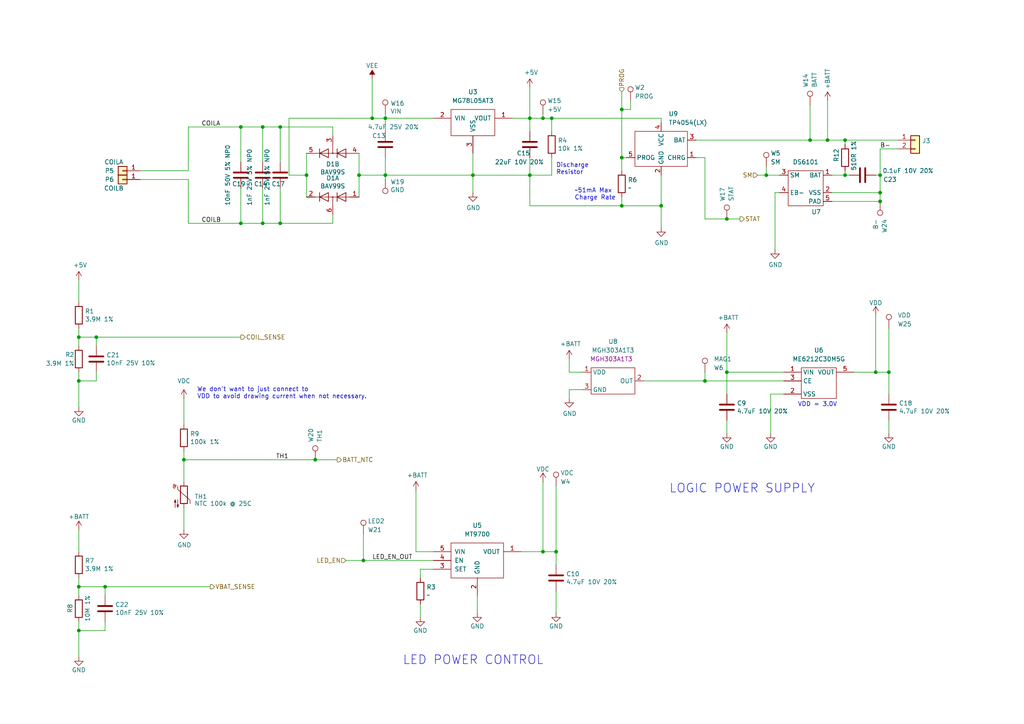
<source format=kicad_sch>
(kicad_sch (version 20250114) (generator "eeschema") (generator_version "9.0")
  (paper "A4")
  (title_block (title "Pixels D20 Schematic, Main") (date "2022-08-26") (rev "13") (company "Systemic Games, LLC") (comment 1 "Wireless Charging Circuitry"))
  (lib_symbols
    (symbol "Connector_Generic:Conn_01x01" (pin_names (offset 1.016) (hide yes))
      (property "Reference" "J" (at 0 2.54 0))
      (property "Value" "Conn_01x01" (at 0 -2.54 0))
      (symbol "Conn_01x01_1_1"
        (rectangle (start -1.27 1.27) (end 1.27 -1.27) (stroke (width 0.254)) (fill (type background)))
        (rectangle (start -1.27 0.127) (end 0 -0.127) (stroke (width 0.1524)))
        (pin passive line (at -5.08 0 0) (length 3.81) (name "Pin_1") (number "1"))
      )
    )
    (symbol "Connector_Generic:Conn_01x02" (pin_names (offset 1.016) (hide yes))
      (property "Reference" "J" (at 0 2.54 0))
      (property "Value" "Conn_01x02" (at 0 -5.08 0))
      (symbol "Conn_01x02_1_1"
        (rectangle (start -1.27 1.27) (end 1.27 -3.81) (stroke (width 0.254)) (fill (type background)))
        (rectangle (start -1.27 0.127) (end 0 -0.127) (stroke (width 0.1524)))
        (rectangle (start -1.27 -2.413) (end 0 -2.667) (stroke (width 0.1524)))
        (pin passive line (at -5.08 0 0) (length 3.81) (name "Pin_1") (number "1"))
        (pin passive line (at -5.08 -2.54 0) (length 3.81) (name "Pin_2") (number "2"))
      )
    )
    (symbol "Device:C" (pin_numbers (hide yes)) (pin_names (offset 0.254))
      (property "Reference" "C" (at 0.635 2.54 0))
      (property "Value" "C" (at 0.635 -2.54 0))
      (symbol "C_0_1"
        (polyline (pts (xy -2.032 0.762) (xy 2.032 0.762)) (stroke (width 0.508)))
        (polyline (pts (xy -2.032 -0.762) (xy 2.032 -0.762)) (stroke (width 0.508)))
      )
      (symbol "C_1_1"
        (pin passive line (at 0 3.81 270) (length 2.794) (name "~") (number "1"))
        (pin passive line (at 0 -3.81 90) (length 2.794) (name "~") (number "2"))
      )
    )
    (symbol "Device:R" (pin_numbers (hide yes)) (pin_names (offset 0))
      (property "Reference" "R" (at 2.032 0 90))
      (property "Value" "R" (at 0 0 90))
      (symbol "R_0_1"
        (rectangle (start -1.016 -2.54) (end 1.016 2.54) (stroke (width 0.254)))
      )
      (symbol "R_1_1"
        (pin passive line (at 0 3.81 270) (length 1.27) (name "~") (number "1"))
        (pin passive line (at 0 -3.81 90) (length 1.27) (name "~") (number "2"))
      )
    )
    (symbol "Device:Thermistor_NTC" (pin_numbers (hide yes)) (pin_names (offset 0))
      (property "Reference" "TH" (at -4.445 0 90))
      (property "Value" "Thermistor_NTC" (at 3.175 0 90))
      (symbol "Thermistor_NTC_0_1"
        (arc (start -3.175 2.413) (mid -3.0506 2.3165) (end -3.048 2.159))
        (arc (start -3.048 2.794) (mid -2.9736 2.9736) (end -2.794 3.048))
        (arc (start -2.794 3.048) (mid -2.6144 2.9736) (end -2.54 2.794))
        (arc (start -2.794 2.54) (mid -2.9736 2.6144) (end -3.048 2.794))
        (arc (start -2.794 1.905) (mid -2.9736 1.9794) (end -3.048 2.159))
        (arc (start -2.54 2.159) (mid -2.6144 1.9794) (end -2.794 1.905))
        (arc (start -2.159 2.794) (mid -2.434 2.5608) (end -2.794 2.54))
        (polyline (pts (xy -2.54 2.159) (xy -2.54 2.794)))
        (polyline (pts (xy -2.54 -3.683) (xy -2.54 -1.397) (xy -2.794 -2.159) (xy -2.286 -2.159) (xy -2.54 -1.397) (xy -2.54 -1.651)) (fill (type outline)))
        (polyline (pts (xy -1.778 2.54) (xy -1.778 1.524) (xy 1.778 -1.524) (xy 1.778 -2.54)))
        (polyline (pts (xy -1.778 -1.397) (xy -1.778 -3.683) (xy -2.032 -2.921) (xy -1.524 -2.921) (xy -1.778 -3.683) (xy -1.778 -3.429)) (fill (type outline)))
        (rectangle (start -1.016 2.54) (end 1.016 -2.54) (stroke (width 0.254)))
      )
      (symbol "Thermistor_NTC_1_1"
        (pin passive line (at 0 3.81 270) (length 1.27) (name "~") (number "1"))
        (pin passive line (at 0 -3.81 90) (length 1.27) (name "~") (number "2"))
      )
    )
    (symbol "Pixels-dice:BAV99S-diode" (pin_names (offset 0.0254) (hide yes))
      (property "Reference" "D" (at 0 2.54 0))
      (property "Value" "BAV99S-diode" (at 0 5.08 0))
      (symbol "BAV99S-diode_0_1"
        (polyline (pts (xy -5.08 0) (xy 5.08 0)))
        (polyline (pts (xy -3.81 1.27) (xy -1.27 0) (xy -3.81 -1.27) (xy -3.81 1.27) (xy -3.81 1.27) (xy -3.81 1.27)) (stroke (width 0.2032)))
        (polyline (pts (xy -1.27 -1.27) (xy -1.27 1.27) (xy -1.27 1.27)) (stroke (width 0.2032)))
        (polyline (pts (xy 0 0) (xy 0 -2.54)))
        (circle (center 0 0) (radius 0.127))
        (polyline (pts (xy 1.27 1.27) (xy 3.81 0) (xy 1.27 -1.27) (xy 1.27 1.27) (xy 1.27 1.27) (xy 1.27 1.27)) (stroke (width 0.2032)))
        (polyline (pts (xy 3.81 1.27) (xy 3.81 -1.27) (xy 3.81 -1.27)) (stroke (width 0.2032)))
      )
      (symbol "BAV99S-diode_1_1"
        (polyline (pts (xy 6.35 0) (xy 7.62 0)))
        (pin passive line (at -7.62 0 0) (length 2.54) (name "A1") (number "1"))
        (pin passive line (at 0 -5.08 90) (length 2.54) (name "K3A4") (number "6"))
        (pin passive line (at 7.62 0 180) (length 2.54) (name "K2") (number "2"))
      )
      (symbol "BAV99S-diode_2_1"
        (polyline (pts (xy 6.35 0) (xy 7.62 0)))
        (pin passive line (at -7.62 0 0) (length 2.54) (name "A3") (number "4"))
        (pin passive line (at 0 -5.08 90) (length 2.54) (name "K1A2") (number "3"))
        (pin passive line (at 7.62 0 180) (length 2.54) (name "K4") (number "5"))
      )
    )
    (symbol "Pixels-dice:DS6101"
      (property "Reference" "U" (at 3.556 -6.35 0))
      (property "Value" "DS6101" (at 0 0 0))
      (symbol "DS6101_0_1"
        (rectangle (start -5.08 5.08) (end 5.08 -5.08))
      )
      (symbol "DS6101_1_1"
        (pin input line (at -7.62 3.81 0) (length 2.54) (name "SM") (number "3"))
        (pin input line (at -7.62 -1.27 0) (length 2.54) (name "EB-") (number "4"))
        (pin power_in line (at 7.62 3.81 180) (length 2.54) (name "BAT") (number "1"))
        (pin power_in line (at 7.62 -1.27 180) (length 2.54) (name "VSS") (number "2"))
        (pin free line (at 7.62 -3.81 180) (length 2.54) (name "PAD") (number "5"))
      )
    )
    (symbol "Pixels-dice:ME6212C30M5G"
      (property "Reference" "U4" (at 0 8.89 0))
      (property "Value" "ME6212C30M5G" (at 0 6.35 0))
      (symbol "ME6212C30M5G_0_1"
        (rectangle (start -5.08 3.81) (end 5.08 -5.08))
      )
      (symbol "ME6212C30M5G_1_1"
        (pin power_in line (at -10.16 2.54 0) (length 5.08) (name "VIN") (number "1"))
        (pin input line (at -10.16 0 0) (length 5.08) (name "CE") (number "3"))
        (pin power_in line (at -10.16 -3.81 0) (length 5.08) (name "VSS") (number "2"))
        (pin power_out line (at 10.16 2.54 180) (length 5.08) (name "VOUT") (number "5"))
      )
    )
    (symbol "Pixels-dice:MG78L05AT3" (pin_names (offset 1.016))
      (property "Reference" "U3" (at 0 6.731 0))
      (property "Value" "MG78L05AT3" (at 0 4.4196 0))
      (symbol "MG78L05AT3_0_1"
        (rectangle (start -6.35 2.54) (end 6.35 -5.08))
      )
      (symbol "MG78L05AT3_1_1"
        (pin power_in line (at -11.43 0 0) (length 5.08) (name "VIN") (number "2"))
        (pin power_in line (at 0 -10.16 90) (length 5.08) (name "VSS") (number "3"))
        (pin power_out line (at 11.43 0 180) (length 5.08) (name "VOUT") (number "1"))
      )
    )
    (symbol "Pixels-dice:MGH303A1T3"
      (property "Reference" "U8" (at 0 11.43 0))
      (property "Value" "MGH303A1T3" (at 0 8.89 0))
      (property "Part Number" "MGH303A1T3 " (at 0 6.35 0))
      (symbol "MGH303A1T3_0_1"
        (rectangle (start -6.35 3.81) (end 6.35 -3.81))
      )
      (symbol "MGH303A1T3_1_1"
        (pin power_in line (at -8.89 2.54 0) (length 2.54) (name "VDD") (number "1"))
        (pin power_in line (at -8.89 -2.54 0) (length 2.54) (name "GND") (number "3"))
        (pin output line (at 8.89 0 180) (length 2.54) (name "OUT") (number "2"))
      )
    )
    (symbol "Pixels-dice:MT9700" (pin_names (offset 1.016))
      (property "Reference" "U" (at 6.35 -6.35 0))
      (property "Value" "MT9700" (at 0 6.35 0))
      (symbol "MT9700_0_1"
        (rectangle (start -7.62 5.08) (end 7.62 -5.08))
      )
      (symbol "MT9700_1_1"
        (pin power_in line (at -12.7 2.54 0) (length 5.08) (name "VIN") (number "5"))
        (pin input line (at -12.7 0 0) (length 5.08) (name "EN") (number "4"))
        (pin input line (at -12.7 -2.54 0) (length 5.08) (name "SET") (number "3"))
        (pin power_in line (at 0 -10.16 90) (length 5.08) (name "GND") (number "2"))
        (pin power_out line (at 12.7 2.54 180) (length 5.08) (name "VOUT") (number "1"))
      )
    )
    (symbol "Pixels-dice:TEST_1P-conn" (pin_numbers (hide yes)) (pin_names (offset 0.762) (hide yes))
      (property "Reference" "W" (at 0 6.858 0))
      (property "Value" "TEST_1P-conn" (at 0 5.08 0))
      (symbol "TEST_1P-conn_0_1"
        (circle (center 0 3.302) (radius 0.762))
      )
      (symbol "TEST_1P-conn_1_1"
        (pin passive line (at 0 0 90) (length 2.54) (name "1") (number "1"))
      )
    )
    (symbol "Pixels-dice:TP4054(LX)"
      (property "Reference" "U9" (at 2.1433 10.16 0))
      (property "Value" "TP4054(LX)" (at 2.1433 7.62 0))
      (symbol "TP4054(LX)_0_1"
        (rectangle (start -7.62 5.08) (end 7.62 -5.08))
      )
      (symbol "TP4054(LX)_1_1"
        (pin input line (at -10.16 -2.54 0) (length 2.54) (name "PROG") (number "5"))
        (pin power_in line (at 0 7.62 270) (length 2.54) (name "VCC") (number "4"))
        (pin power_in line (at 0 -7.62 90) (length 2.54) (name "GND") (number "2"))
        (pin power_out line (at 10.16 2.54 180) (length 2.54) (name "BAT") (number "3"))
        (pin output line (at 10.16 -2.54 180) (length 2.54) (name "CHRG") (number "1"))
      )
    )
    (symbol "power:+5V" (power) (pin_names (offset 0))
      (property "Value" "+5V" (at 0 3.556 0))
      (symbol "+5V_0_1"
        (polyline (pts (xy -0.762 1.27) (xy 0 2.54)))
        (polyline (pts (xy 0 2.54) (xy 0.762 1.27)))
        (polyline (pts (xy 0 0) (xy 0 2.54)))
      )
      (symbol "+5V_1_1"
        (pin power_in line (at 0 0 90) (length 0) (hide yes) (name "+5V") (number "1"))
      )
    )
    (symbol "power:+BATT" (power) (pin_names (offset 0))
      (property "Value" "+BATT" (at 0 3.556 0))
      (symbol "+BATT_0_1"
        (polyline (pts (xy -0.762 1.27) (xy 0 2.54)))
        (polyline (pts (xy 0 2.54) (xy 0.762 1.27)))
        (polyline (pts (xy 0 0) (xy 0 2.54)))
      )
      (symbol "+BATT_1_1"
        (pin power_in line (at 0 0 90) (length 0) (hide yes) (name "+BATT") (number "1"))
      )
    )
    (symbol "power:GND" (power) (pin_names (offset 0))
      (property "Value" "GND" (at 0 -3.81 0))
      (symbol "GND_0_1"
        (polyline (pts (xy 0 0) (xy 0 -1.27) (xy 1.27 -1.27) (xy 0 -2.54) (xy -1.27 -1.27) (xy 0 -1.27)))
      )
      (symbol "GND_1_1"
        (pin power_in line (at 0 0 270) (length 0) (hide yes) (name "GND") (number "1"))
      )
    )
    (symbol "power:VDC" (power) (pin_numbers (hide yes)) (pin_names (offset 0) (hide yes))
      (property "Value" "VDC" (at 0 3.556 0))
      (symbol "VDC_0_1"
        (polyline (pts (xy -0.762 1.27) (xy 0 2.54)))
        (polyline (pts (xy 0 2.54) (xy 0.762 1.27)))
        (polyline (pts (xy 0 0) (xy 0 2.54)))
      )
      (symbol "VDC_1_1"
        (pin power_in line (at 0 0 90) (length 0) (name "~") (number "1"))
      )
    )
    (symbol "power:VDD" (power) (pin_names (offset 0))
      (property "Value" "VDD" (at 0 3.81 0))
      (symbol "VDD_0_1"
        (polyline (pts (xy -0.762 1.27) (xy 0 2.54)))
        (polyline (pts (xy 0 2.54) (xy 0.762 1.27)))
        (polyline (pts (xy 0 0) (xy 0 2.54)))
      )
      (symbol "VDD_1_1"
        (pin power_in line (at 0 0 90) (length 0) (hide yes) (name "VDD") (number "1"))
      )
    )
    (symbol "power:VEE" (power) (pin_names (offset 0))
      (property "Value" "VEE" (at 0 3.81 0))
      (symbol "VEE_0_1"
        (polyline (pts (xy 0 0) (xy 0 2.54)))
        (polyline (pts (xy 0.762 1.27) (xy -0.762 1.27) (xy 0 2.54) (xy 0.762 1.27)) (fill (type outline)))
      )
      (symbol "VEE_1_1"
        (pin power_in line (at 0 0 90) (length 0) (hide yes) (name "VEE") (number "1"))
      )
    )
  )
  (text "VDD = 3.0V" (at 242.824 118.11 0) (effects (font (size 1.27 1.27)) (justify right bottom)))
  (text "We don't want to just connect to\nVDD to avoid drawing current when not necessary." (at 57.15 115.824 0) (effects (font (size 1.27 1.27)) (justify left bottom)))
  (text "~51mA Max\nCharge Rate" (at 166.624 58.166 0) (effects (font (size 1.27 1.27)) (justify left bottom)))
  (text "Discharge\nResistor" (at 161.29 50.8 0) (effects (font (size 1.27 1.27)) (justify left bottom)))
  (text "LOGIC POWER SUPPLY" (at 236.474 143.256 0) (effects (font (size 2.54 2.54)) (justify right bottom)))
  (text "LED POWER CONTROL" (at 157.734 193.04 0) (effects (font (size 2.54 2.54)) (justify right bottom)))
  (junction (at 245.11 50.8))
  (junction (at 88.9 50.8))
  (junction (at 204.47 110.49))
  (junction (at 180.34 59.69))
  (junction (at 254 107.95))
  (junction (at 245.11 40.64))
  (junction (at 22.86 97.79))
  (junction (at 105.41 162.56))
  (junction (at 22.86 110.49))
  (junction (at 191.77 59.69))
  (junction (at 30.48 170.18))
  (junction (at 160.02 34.29))
  (junction (at 161.29 160.02))
  (junction (at 153.67 50.8))
  (junction (at 76.2 36.83))
  (junction (at 240.03 40.64))
  (junction (at 137.16 50.8))
  (junction (at 111.76 50.8))
  (junction (at 69.85 36.83))
  (junction (at 180.34 31.75))
  (junction (at 53.34 133.35))
  (junction (at 91.44 133.35))
  (junction (at 111.76 34.29))
  (junction (at 222.25 50.8))
  (junction (at 180.34 45.72))
  (junction (at 81.28 64.77))
  (junction (at 22.86 182.88))
  (junction (at 27.94 97.79))
  (junction (at 81.28 36.83))
  (junction (at 76.2 64.77))
  (junction (at 234.95 40.64))
  (junction (at 255.27 58.42))
  (junction (at 153.67 34.29))
  (junction (at 69.85 64.77))
  (junction (at 157.48 34.29))
  (junction (at 22.86 170.18))
  (junction (at 104.14 50.8))
  (junction (at 210.82 107.95))
  (junction (at 210.82 63.5))
  (junction (at 107.95 34.29))
  (junction (at 255.27 50.8))
  (junction (at 255.27 55.88))
  (junction (at 257.81 107.95))
  (junction (at 157.48 160.02))
  (wire (pts (xy 81.28 36.83) (xy 81.28 46.99)))
  (wire (pts (xy 160.02 45.72) (xy 160.02 50.8)))
  (wire (pts (xy 153.67 59.69) (xy 180.34 59.69)))
  (wire (pts (xy 69.85 64.77) (xy 54.61 64.77)))
  (wire (pts (xy 234.95 40.64) (xy 240.03 40.64)))
  (wire (pts (xy 210.82 121.92) (xy 210.82 125.73)))
  (wire (pts (xy 100.33 162.56) (xy 105.41 162.56)))
  (wire (pts (xy 30.48 182.88) (xy 22.86 182.88)))
  (wire (pts (xy 22.86 107.95) (xy 22.86 110.49)))
  (wire (pts (xy 153.67 50.8) (xy 153.67 59.69)))
  (wire (pts (xy 111.76 34.29) (xy 125.73 34.29)))
  (wire (pts (xy 76.2 36.83) (xy 81.28 36.83)))
  (wire (pts (xy 157.48 33.02) (xy 157.48 34.29)))
  (wire (pts (xy 204.47 63.5) (xy 210.82 63.5)))
  (wire (pts (xy 22.86 87.63) (xy 22.86 81.28)))
  (wire (pts (xy 257.81 95.25) (xy 257.81 107.95)))
  (wire (pts (xy 76.2 54.61) (xy 76.2 64.77)))
  (wire (pts (xy 69.85 36.83) (xy 54.61 36.83)))
  (wire (pts (xy 160.02 34.29) (xy 160.02 38.1)))
  (wire (pts (xy 168.91 113.03) (xy 165.1 113.03)))
  (wire (pts (xy 153.67 25.4) (xy 153.67 34.29)))
  (wire (pts (xy 245.11 40.64) (xy 240.03 40.64)))
  (wire (pts (xy 54.61 64.77) (xy 54.61 52.07)))
  (wire (pts (xy 180.34 59.69) (xy 191.77 59.69)))
  (wire (pts (xy 88.9 44.45) (xy 88.9 50.8)))
  (wire (pts (xy 153.67 50.8) (xy 153.67 45.72)))
  (wire (pts (xy 257.81 121.92) (xy 257.81 125.73)))
  (wire (pts (xy 257.81 107.95) (xy 257.81 114.3)))
  (wire (pts (xy 40.64 49.53) (xy 54.61 49.53)))
  (wire (pts (xy 234.95 30.48) (xy 234.95 40.64)))
  (wire (pts (xy 204.47 45.72) (xy 204.47 63.5)))
  (wire (pts (xy 105.41 162.56) (xy 125.73 162.56)))
  (wire (pts (xy 22.86 95.25) (xy 22.86 97.79)))
  (wire (pts (xy 254 107.95) (xy 257.81 107.95)))
  (wire (pts (xy 157.48 139.7) (xy 157.48 160.02)))
  (wire (pts (xy 22.86 110.49) (xy 22.86 118.11)))
  (wire (pts (xy 255.27 43.18) (xy 260.35 43.18)))
  (wire (pts (xy 222.25 50.8) (xy 226.06 50.8)))
  (wire (pts (xy 22.86 100.33) (xy 22.86 97.79)))
  (wire (pts (xy 227.33 114.3) (xy 223.52 114.3)))
  (wire (pts (xy 121.92 175.26) (xy 121.92 179.07)))
  (wire (pts (xy 53.34 115.57) (xy 53.34 123.19)))
  (wire (pts (xy 54.61 36.83) (xy 54.61 49.53)))
  (wire (pts (xy 88.9 50.8) (xy 88.9 57.15)))
  (wire (pts (xy 157.48 34.29) (xy 160.02 34.29)))
  (wire (pts (xy 104.14 44.45) (xy 104.14 50.8)))
  (wire (pts (xy 125.73 165.1) (xy 121.92 165.1)))
  (wire (pts (xy 137.16 50.8) (xy 153.67 50.8)))
  (wire (pts (xy 104.14 50.8) (xy 104.14 57.15)))
  (wire (pts (xy 160.02 34.29) (xy 191.77 34.29)))
  (wire (pts (xy 105.41 154.94) (xy 105.41 162.56)))
  (wire (pts (xy 125.73 160.02) (xy 120.65 160.02)))
  (wire (pts (xy 111.76 33.02) (xy 111.76 34.29)))
  (wire (pts (xy 30.48 170.18) (xy 22.86 170.18)))
  (wire (pts (xy 182.88 31.75) (xy 180.34 31.75)))
  (wire (pts (xy 30.48 180.34) (xy 30.48 182.88)))
  (wire (pts (xy 27.94 107.95) (xy 27.94 110.49)))
  (wire (pts (xy 53.34 133.35) (xy 91.44 133.35)))
  (wire (pts (xy 241.3 58.42) (xy 255.27 58.42)))
  (wire (pts (xy 22.86 97.79) (xy 27.94 97.79)))
  (wire (pts (xy 255.27 55.88) (xy 241.3 55.88)))
  (wire (pts (xy 255.27 50.8) (xy 255.27 55.88)))
  (wire (pts (xy 53.34 130.81) (xy 53.34 133.35)))
  (wire (pts (xy 224.79 55.88) (xy 226.06 55.88)))
  (wire (pts (xy 245.11 50.8) (xy 241.3 50.8)))
  (wire (pts (xy 222.25 48.26) (xy 222.25 50.8)))
  (wire (pts (xy 165.1 107.95) (xy 168.91 107.95)))
  (wire (pts (xy 254 91.44) (xy 254 107.95)))
  (wire (pts (xy 76.2 36.83) (xy 76.2 46.99)))
  (wire (pts (xy 186.69 110.49) (xy 204.47 110.49)))
  (wire (pts (xy 96.52 62.23) (xy 96.52 64.77)))
  (wire (pts (xy 204.47 110.49) (xy 227.33 110.49)))
  (wire (pts (xy 255.27 58.42) (xy 255.27 55.88)))
  (wire (pts (xy 223.52 114.3) (xy 223.52 125.73)))
  (wire (pts (xy 111.76 34.29) (xy 111.76 38.1)))
  (wire (pts (xy 182.88 29.21) (xy 182.88 31.75)))
  (wire (pts (xy 137.16 50.8) (xy 137.16 55.88)))
  (wire (pts (xy 204.47 107.95) (xy 204.47 110.49)))
  (wire (pts (xy 210.82 96.52) (xy 210.82 107.95)))
  (wire (pts (xy 204.47 45.72) (xy 201.93 45.72)))
  (wire (pts (xy 161.29 160.02) (xy 157.48 160.02)))
  (wire (pts (xy 148.59 34.29) (xy 153.67 34.29)))
  (wire (pts (xy 81.28 54.61) (xy 81.28 64.77)))
  (wire (pts (xy 53.34 147.32) (xy 53.34 153.67)))
  (wire (pts (xy 180.34 31.75) (xy 180.34 45.72)))
  (wire (pts (xy 22.86 170.18) (xy 22.86 172.72)))
  (wire (pts (xy 245.11 40.64) (xy 245.11 41.91)))
  (wire (pts (xy 22.86 153.67) (xy 22.86 160.02)))
  (wire (pts (xy 22.86 180.34) (xy 22.86 182.88)))
  (wire (pts (xy 30.48 170.18) (xy 60.96 170.18)))
  (wire (pts (xy 91.44 133.35) (xy 97.79 133.35)))
  (wire (pts (xy 161.29 163.83) (xy 161.29 160.02)))
  (wire (pts (xy 40.64 52.07) (xy 54.61 52.07)))
  (wire (pts (xy 121.92 165.1) (xy 121.92 167.64)))
  (wire (pts (xy 240.03 29.21) (xy 240.03 40.64)))
  (wire (pts (xy 161.29 171.45) (xy 161.29 177.8)))
  (wire (pts (xy 27.94 97.79) (xy 69.85 97.79)))
  (wire (pts (xy 69.85 54.61) (xy 69.85 64.77)))
  (wire (pts (xy 224.79 55.88) (xy 224.79 72.39)))
  (wire (pts (xy 111.76 50.8) (xy 104.14 50.8)))
  (wire (pts (xy 219.71 50.8) (xy 222.25 50.8)))
  (wire (pts (xy 191.77 35.56) (xy 191.77 34.29)))
  (wire (pts (xy 27.94 100.33) (xy 27.94 97.79)))
  (wire (pts (xy 191.77 50.8) (xy 191.77 59.69)))
  (wire (pts (xy 180.34 26.67) (xy 180.34 31.75)))
  (wire (pts (xy 210.82 63.5) (xy 214.63 63.5)))
  (wire (pts (xy 153.67 34.29) (xy 153.67 38.1)))
  (wire (pts (xy 165.1 104.14) (xy 165.1 107.95)))
  (wire (pts (xy 83.82 34.29) (xy 107.95 34.29)))
  (wire (pts (xy 138.43 172.72) (xy 138.43 177.8)))
  (wire (pts (xy 137.16 44.45) (xy 137.16 50.8)))
  (wire (pts (xy 255.27 43.18) (xy 255.27 50.8)))
  (wire (pts (xy 81.28 36.83) (xy 96.52 36.83)))
  (wire (pts (xy 69.85 36.83) (xy 76.2 36.83)))
  (wire (pts (xy 88.9 50.8) (xy 83.82 50.8)))
  (wire (pts (xy 30.48 170.18) (xy 30.48 172.72)))
  (wire (pts (xy 27.94 110.49) (xy 22.86 110.49)))
  (wire (pts (xy 165.1 113.03) (xy 165.1 115.57)))
  (wire (pts (xy 181.61 45.72) (xy 180.34 45.72)))
  (wire (pts (xy 210.82 107.95) (xy 210.82 114.3)))
  (wire (pts (xy 245.11 49.53) (xy 245.11 50.8)))
  (wire (pts (xy 120.65 142.24) (xy 120.65 160.02)))
  (wire (pts (xy 210.82 107.95) (xy 227.33 107.95)))
  (wire (pts (xy 111.76 52.07) (xy 111.76 50.8)))
  (wire (pts (xy 160.02 50.8) (xy 153.67 50.8)))
  (wire (pts (xy 22.86 167.64) (xy 22.86 170.18)))
  (wire (pts (xy 254 50.8) (xy 255.27 50.8)))
  (wire (pts (xy 153.67 34.29) (xy 157.48 34.29)))
  (wire (pts (xy 245.11 40.64) (xy 260.35 40.64)))
  (wire (pts (xy 201.93 40.64) (xy 234.95 40.64)))
  (wire (pts (xy 83.82 50.8) (xy 83.82 34.29)))
  (wire (pts (xy 81.28 64.77) (xy 96.52 64.77)))
  (wire (pts (xy 180.34 57.15) (xy 180.34 59.69)))
  (wire (pts (xy 22.86 182.88) (xy 22.86 190.5)))
  (wire (pts (xy 247.65 107.95) (xy 254 107.95)))
  (wire (pts (xy 107.95 22.86) (xy 107.95 34.29)))
  (wire (pts (xy 111.76 45.72) (xy 111.76 50.8)))
  (wire (pts (xy 76.2 64.77) (xy 81.28 64.77)))
  (wire (pts (xy 111.76 50.8) (xy 137.16 50.8)))
  (wire (pts (xy 96.52 39.37) (xy 96.52 36.83)))
  (wire (pts (xy 180.34 45.72) (xy 180.34 49.53)))
  (wire (pts (xy 69.85 46.99) (xy 69.85 36.83)))
  (wire (pts (xy 191.77 59.69) (xy 191.77 66.04)))
  (wire (pts (xy 161.29 140.97) (xy 161.29 160.02)))
  (wire (pts (xy 151.13 160.02) (xy 157.48 160.02)))
  (wire (pts (xy 107.95 34.29) (xy 111.76 34.29)))
  (wire (pts (xy 245.11 50.8) (xy 246.38 50.8)))
  (wire (pts (xy 53.34 133.35) (xy 53.34 139.7)))
  (wire (pts (xy 69.85 64.77) (xy 76.2 64.77)))
  (label "COILB" (at 58.42 64.77 0))
  (label "LED_EN_OUT" (at 107.95 162.56 0))
  (label "B-" (at 255.27 43.18 0))
  (label "TH1" (at 80.01 133.35 0))
  (label "COILA" (at 58.42 36.83 0))
  (hierarchical_label "SM" (shape input) (at 219.71 50.8 180))
  (hierarchical_label "PROG" (shape input) (at 180.34 26.67 90))
  (hierarchical_label "VBAT_SENSE" (shape output) (at 60.96 170.18 0))
  (hierarchical_label "COIL_SENSE" (shape output) (at 69.85 97.79 0))
  (hierarchical_label "STAT" (shape output) (at 214.63 63.5 0))
  (hierarchical_label "BATT_NTC" (shape output) (at 97.79 133.35 0))
  (hierarchical_label "LED_EN" (shape input) (at 100.33 162.56 180))
  (symbol (lib_id "Pixels-dice:TEST_1P-conn") (at 105.41 154.94 0) (unit 1) (in_bom no)
    (property "Reference" "W21" (at 106.68 153.67 0) (effects (justify left)))
    (property "Value" "LED2" (at 106.68 151.13 0) (effects (justify left)))
    (property "Footprint" "Pixels-dice:TEST_PIN" (effects (hide yes)))
    (property "Generic OK" "N/A" (effects (hide yes)))
  )
  (symbol (lib_id "power:+BATT") (at 120.65 142.24 0) (unit 1)
    (property "Reference" "#PWR033" (effects (hide yes)))
    (property "Value" "+BATT" (at 121.031 137.8458 0))
  )
  (symbol (lib_id "Device:C") (at 257.81 118.11 0) (unit 1)
    (property "Reference" "C18" (at 260.731 116.9416 0) (effects (justify left)))
    (property "Value" "4.7uF 10V 20%" (at 260.731 119.253 0) (effects (justify left)))
    (property "Footprint" "Pixels-dice:C_0402_1005Metric" (effects (hide yes)))
    (property "Generic OK" "YES" (effects (hide yes)))
    (property "Manufacturer" "HRE" (effects (hide yes)))
    (property "Part Number" "CGA0402X5R475M100GT" (effects (hide yes)))
    (property "Alternate Manufacturer" "Samsung Electro-Mechanics" (effects (hide yes)))
    (property "Alternate PN" "CL05A475MP5NRNC" (effects (hide yes)))
    (property "Alternate LCSC Part #" "C23733" (effects (hide yes)))
  )
  (symbol (lib_id "power:GND") (at 257.81 125.73 0) (unit 1)
    (property "Reference" "#PWR028" (effects (hide yes)))
    (property "Value" "GND" (at 257.81 129.54 0))
  )
  (symbol (lib_id "power:GND") (at 210.82 125.73 0) (unit 1)
    (property "Reference" "#PWR029" (effects (hide yes)))
    (property "Value" "GND" (at 210.82 129.54 0))
  )
  (symbol (lib_id "power:GND") (at 138.43 177.8 0) (unit 1)
    (property "Reference" "#PWR038" (effects (hide yes)))
    (property "Value" "GND" (at 138.43 181.61 0))
  )
  (symbol (lib_id "power:+BATT") (at 210.82 96.52 0) (unit 1)
    (property "Reference" "#PWR025" (effects (hide yes)))
    (property "Value" "+BATT" (at 211.201 92.1258 0))
  )
  (symbol (lib_id "Pixels-dice:TEST_1P-conn") (at 257.81 95.25 0) (unit 1) (in_bom no)
    (property "Reference" "W25" (at 260.35 93.98 0) (effects (justify left)))
    (property "Value" "VDD" (at 260.35 91.44 0) (effects (justify left)))
    (property "Footprint" "Pixels-dice:TEST_PIN" (effects (hide yes)))
    (property "Generic OK" "N/A" (effects (hide yes)))
  )
  (symbol (lib_id "power:GND") (at 161.29 177.8 0) (unit 1)
    (property "Reference" "#PWR0142" (effects (hide yes)))
    (property "Value" "GND" (at 161.29 181.61 0))
  )
  (symbol (lib_id "power:GND") (at 224.79 72.39 0) (unit 1)
    (property "Reference" "#PWR052" (effects (hide yes)))
    (property "Value" "GND" (at 224.917 76.7842 0))
  )
  (symbol (lib_id "Pixels-dice:ME6212C30M5G") (at 237.49 110.49 0) (unit 1)
    (property "Reference" "U6" (at 237.49 101.6 0))
    (property "Value" "ME6212C30M5G" (at 237.49 104.14 0))
    (property "Footprint" "Pixels-dice:SOT-23-5" (effects (hide yes)))
    (property "Manufacturer" "MICRONE(Nanjing Micro One Elec)" (effects (hide yes)))
    (property "Part Number" "ME6212C30M5G " (effects (hide yes)))
    (property "LCSC Part #" "C2925772" (effects (hide yes)))
  )
  (symbol (lib_id "Device:C") (at 111.76 41.91 0) (unit 1)
    (property "Reference" "C13" (at 107.95 39.37 0) (effects (justify left)))
    (property "Value" "4.7uF 25V 20%" (at 106.68 36.83 0) (effects (justify left)))
    (property "Footprint" "Capacitor_SMD:C_0402_1005Metric" (effects (hide yes)))
    (property "Generic OK" "YES" (effects (hide yes)))
    (property "Manufacturer" "HRE" (effects (hide yes)))
    (property "Part Number" "CGA0402X5R475M250GT" (effects (hide yes)))
  )
  (symbol (lib_id "Device:R") (at 53.34 127 0) (unit 1)
    (property "Reference" "R9" (at 55.118 125.8316 0) (effects (justify left)))
    (property "Value" "100k 1%" (at 55.118 128.143 0) (effects (justify left)))
    (property "Footprint" "Resistor_SMD:R_0201_0603Metric" (effects (hide yes)))
    (property "Generic OK" "YES" (effects (hide yes)))
    (property "Manufacturer" "UNI-ROYAL(Uniroyal Elec)" (effects (hide yes)))
    (property "Part Number" "0201WMF1003TEE" (effects (hide yes)))
  )
  (symbol (lib_id "Pixels-dice:TEST_1P-conn") (at 111.76 33.02 0) (unit 1) (in_bom no)
    (property "Reference" "W16" (at 113.2332 29.972 0) (effects (justify left)))
    (property "Value" "VIN" (at 113.2332 32.2834 0) (effects (justify left)))
    (property "Footprint" "Pixels-dice:TEST_PIN" (effects (hide yes)))
    (property "Generic OK" "N/A" (effects (hide yes)))
  )
  (symbol (lib_id "Device:R") (at 160.02 41.91 0) (unit 1)
    (property "Reference" "R4" (at 161.798 40.7416 0) (effects (justify left)))
    (property "Value" "10k 1%" (at 161.798 43.053 0) (effects (justify left)))
    (property "Footprint" "Resistor_SMD:R_0201_0603Metric" (effects (hide yes)))
    (property "Generic OK" "YES" (effects (hide yes)))
    (property "Manufacturer" "UNI-ROYAL(Uniroyal Elec)" (effects (hide yes)))
    (property "Part Number" "0201WMF1002TEE" (effects (hide yes)))
  )
  (symbol (lib_id "Device:Thermistor_NTC") (at 53.34 143.51 0) (unit 1)
    (property "Reference" "TH1" (at 56.388 144.018 0) (effects (justify left)))
    (property "Value" "NTC 100k @ 25C" (at 56.388 146.05 0) (effects (justify left)))
    (property "Footprint" "Resistor_SMD:R_0201_0603Metric" (effects (hide yes)))
    (property "Generic OK" "NO" (effects (hide yes)))
    (property "Manufacturer" "muRata " (effects (hide yes)))
    (property "Part Number" "NCP03WF104F05RL " (effects (hide yes)))
  )
  (symbol (lib_id "power:VEE") (at 107.95 22.86 0) (unit 1)
    (property "Reference" "#PWR032" (effects (hide yes)))
    (property "Value" "VEE" (at 107.95 19.05 0))
  )
  (symbol (lib_id "power:+5V") (at 22.86 81.28 0) (unit 1)
    (property "Reference" "#PWR057" (effects (hide yes)))
    (property "Value" "+5V" (at 23.241 76.8858 0))
  )
  (symbol (lib_id "Device:C") (at 69.85 50.8 0) (unit 1)
    (property "Reference" "C19" (at 67.31 53.34 0) (effects (justify left)))
    (property "Value" "10nF 50V 5% NP0" (at 66.04 59.69 90) (effects (justify left)))
    (property "Footprint" "Capacitor_SMD:C_0603_1608Metric" (effects (hide yes)))
    (property "Generic OK" "NO" (effects (hide yes)))
    (property "Manufacturer" "YAGEO " (effects (hide yes)))
    (property "Part Number" "CC0603JRNPO9BN103 " (effects (hide yes)))
  )
  (symbol (lib_id "Device:C") (at 250.19 50.8 90) (unit 1)
    (property "Reference" "C23" (at 260.096 52.07 90) (effects (justify left)))
    (property "Value" "0.1uF 10V 20%" (at 270.764 49.53 90) (effects (justify left)))
    (property "Footprint" "Capacitor_SMD:C_0201_0603Metric" (effects (hide yes)))
    (property "Generic OK" "YES" (effects (hide yes)))
    (property "Manufacturer" "HRE" (effects (hide yes)))
    (property "Part Number" "CGA0201X5R104K100ET" (effects (hide yes)))
  )
  (symbol (lib_id "power:GND") (at 165.1 115.57 0) (unit 1)
    (property "Reference" "#PWR045" (effects (hide yes)))
    (property "Value" "GND" (at 165.227 119.9642 0))
  )
  (symbol (lib_id "Pixels-dice:MGH303A1T3") (at 177.8 110.49 0) (unit 1)
    (property "Reference" "U8" (at 177.8 99.06 0))
    (property "Value" "MGH303A1T3" (at 177.8 101.6 0))
    (property "Footprint" "Pixels-dice:SOT-23" (effects (hide yes)))
    (property "Manufacturer" "Megain" (effects (hide yes)))
    (property "Part Number" "MGH303A1T3 " (at 177.8 104.14 0))
  )
  (symbol (lib_id "Device:R") (at 180.34 53.34 0) (unit 1)
    (property "Reference" "R6" (at 182.118 52.1716 0) (effects (justify left)))
    (property "Value" "~" (at 182.118 54.483 0) (effects (justify left)))
    (property "Footprint" "Resistor_SMD:R_0201_0603Metric" (effects (hide yes)))
    (property "Generic OK" "YES" (effects (hide yes)))
    (property "Manufacturer" "UNI-ROYAL(Uniroyal Elec)" (effects (hide yes)))
  )
  (symbol (lib_id "power:VDC") (at 157.48 139.7 0) (unit 1)
    (property "Reference" "#PWR026" (effects (hide yes)))
    (property "Value" "VDC" (at 157.48 136.0955 0))
  )
  (symbol (lib_id "Pixels-dice:TEST_1P-conn") (at 255.27 58.42 180) (unit 1) (in_bom no)
    (property "Reference" "W24" (at 256.54 63.5 90) (effects (justify left)))
    (property "Value" "B-" (at 254 63.5 90) (effects (justify left)))
    (property "Footprint" "Pixels-dice:TEST_PIN" (effects (hide yes)))
    (property "Generic OK" "N/A" (effects (hide yes)))
  )
  (symbol (lib_id "Device:R") (at 22.86 163.83 0) (unit 1)
    (property "Reference" "R7" (at 24.638 162.6616 0) (effects (justify left)))
    (property "Value" "3.9M 1%" (at 24.638 164.973 0) (effects (justify left)))
    (property "Footprint" "Resistor_SMD:R_0201_0603Metric" (effects (hide yes)))
    (property "Generic OK" "YES" (effects (hide yes)))
    (property "Manufacturer" "UNI-ROYAL(Uniroyal Elec)" (effects (hide yes)))
    (property "Part Number" "0201WMF3904TEE" (effects (hide yes)))
    (property "Alternate Manufacturer" "RALEC" (effects (hide yes)))
    (property "Alternate PN" "RTT013904FTH" (effects (hide yes)))
    (property "Alternate LCSC Part #" "C166210" (effects (hide yes)))
  )
  (symbol (lib_id "power:+BATT") (at 22.86 153.67 0) (unit 1)
    (property "Reference" "#PWR058" (effects (hide yes)))
    (property "Value" "+BATT" (at 22.86 149.86 0))
  )
  (symbol (lib_id "Device:R") (at 22.86 176.53 0) (unit 1)
    (property "Reference" "R8" (at 20.32 177.8 90) (effects (justify left)))
    (property "Value" "10M 1%" (at 25.4 180.34 90) (effects (justify left)))
    (property "Footprint" "Resistor_SMD:R_0201_0603Metric" (effects (hide yes)))
    (property "Generic OK" "YES" (effects (hide yes)))
    (property "Manufacturer" "UNI-ROYAL(Uniroyal Elec)" (effects (hide yes)))
    (property "Part Number" "0201WMF1005TEE" (effects (hide yes)))
  )
  (symbol (lib_id "Device:R") (at 22.86 91.44 0) (unit 1)
    (property "Reference" "R1" (at 24.638 90.2716 0) (effects (justify left)))
    (property "Value" "3.9M 1%" (at 24.638 92.583 0) (effects (justify left)))
    (property "Footprint" "Resistor_SMD:R_0201_0603Metric" (effects (hide yes)))
    (property "Generic OK" "YES" (effects (hide yes)))
    (property "Manufacturer" "UNI-ROYAL(Uniroyal Elec)" (effects (hide yes)))
    (property "Part Number" "0201WMF3904TEE" (effects (hide yes)))
    (property "Alternate Manufacturer" "RALEC" (effects (hide yes)))
    (property "Alternate PN" "RTT013904FTH" (effects (hide yes)))
    (property "Alternate LCSC Part #" "C166210" (effects (hide yes)))
  )
  (symbol (lib_id "Pixels-dice:TEST_1P-conn") (at 204.47 107.95 0) (unit 1) (in_bom no)
    (property "Reference" "W6" (at 207.01 106.68 0) (effects (justify left)))
    (property "Value" "MAG1" (at 207.01 104.14 0) (effects (justify left)))
    (property "Footprint" "Pixels-dice:TEST_PIN" (effects (hide yes)))
    (property "Generic OK" "N/A" (effects (hide yes)))
  )
  (symbol (lib_id "Device:R") (at 121.92 171.45 0) (unit 1)
    (property "Reference" "R3" (at 123.698 170.2816 0) (effects (justify left)))
    (property "Value" "~" (at 123.698 172.593 0) (effects (justify left)))
    (property "Footprint" "Resistor_SMD:R_0201_0603Metric" (effects (hide yes)))
    (property "Generic OK" "YES" (effects (hide yes)))
    (property "Manufacturer" "UNI-ROYAL(Uniroyal Elec)" (effects (hide yes)))
  )
  (symbol (lib_id "Device:R") (at 22.86 104.14 180) (unit 1)
    (property "Reference" "R2" (at 21.59 102.87 0) (effects (justify left)))
    (property "Value" "3.9M 1%" (at 21.59 105.41 0) (effects (justify left)))
    (property "Footprint" "Resistor_SMD:R_0201_0603Metric" (effects (hide yes)))
    (property "Generic OK" "YES" (effects (hide yes)))
    (property "Manufacturer" "UNI-ROYAL(Uniroyal Elec)" (effects (hide yes)))
    (property "Part Number" "0201WMF3904TEE" (effects (hide yes)))
    (property "Alternate Manufacturer" "RALEC" (effects (hide yes)))
    (property "Alternate PN" "RTT013904FTH" (effects (hide yes)))
    (property "Alternate LCSC Part #" "C166210" (effects (hide yes)))
  )
  (symbol (lib_id "Pixels-dice:MT9700") (at 138.43 162.56 0) (unit 1)
    (property "Reference" "U5" (at 138.43 152.4 0))
    (property "Value" "MT9700" (at 138.43 154.94 0))
    (property "Footprint" "Pixels-dice:SOT-23-5" (effects (hide yes)))
  )
  (symbol (lib_id "power:GND") (at 22.86 190.5 0) (unit 1)
    (property "Reference" "#PWR060" (effects (hide yes)))
    (property "Value" "GND" (at 22.86 194.31 0))
  )
  (symbol (lib_id "Device:C") (at 81.28 50.8 0) (unit 1)
    (property "Reference" "C17" (at 78.74 53.34 0) (effects (justify left)))
    (property "Value" "1nF 25V 5% NP0" (at 77.47 59.69 90) (effects (justify left)))
    (property "Footprint" "Capacitor_SMD:C_0201_0603Metric" (effects (hide yes)))
    (property "Generic OK" "NO" (effects (hide yes)))
    (property "Manufacturer" "HRE" (effects (hide yes)))
    (property "Part Number" "CGA0201C0G102J250ET" (effects (hide yes)))
  )
  (symbol (lib_id "power:+5V") (at 153.67 25.4 0) (unit 1)
    (property "Reference" "#PWR040" (effects (hide yes)))
    (property "Value" "+5V" (at 154.051 21.0058 0))
  )
  (symbol (lib_id "power:GND") (at 121.92 179.07 0) (unit 1)
    (property "Reference" "#PWR02" (effects (hide yes)))
    (property "Value" "GND" (at 121.92 182.88 0))
  )
  (symbol (lib_id "Device:C") (at 30.48 176.53 0) (unit 1)
    (property "Reference" "C22" (at 33.401 175.3616 0) (effects (justify left)))
    (property "Value" "10nF 25V 10%" (at 33.401 177.673 0) (effects (justify left)))
    (property "Footprint" "Capacitor_SMD:C_0201_0603Metric" (effects (hide yes)))
    (property "Generic OK" "YES" (effects (hide yes)))
    (property "Manufacturer" "HRE" (effects (hide yes)))
    (property "Part Number" "CGA0201X5R103K250ET" (effects (hide yes)))
    (property "Alternate Manufacturer" "Murata Electronics" (effects (hide yes)))
    (property "Alternate PN" "GRM033R71A103KA01D" (effects (hide yes)))
    (property "Alternate LCSC Part #" "C76941" (effects (hide yes)))
  )
  (symbol (lib_id "Pixels-dice:TEST_1P-conn") (at 210.82 63.5 0) (unit 1) (in_bom no)
    (property "Reference" "W17" (at 209.55 58.42 90) (effects (justify left)))
    (property "Value" "STAT" (at 212.09 58.42 90) (effects (justify left)))
    (property "Footprint" "Pixels-dice:TEST_PIN" (effects (hide yes)))
    (property "Generic OK" "N/A" (effects (hide yes)))
  )
  (symbol (lib_id "power:GND") (at 223.52 125.73 0) (unit 1)
    (property "Reference" "#PWR031" (effects (hide yes)))
    (property "Value" "GND" (at 223.52 129.54 0))
  )
  (symbol (lib_id "power:+BATT") (at 165.1 104.14 0) (unit 1)
    (property "Reference" "#PWR017" (effects (hide yes)))
    (property "Value" "+BATT" (at 165.481 99.7458 0))
  )
  (symbol (lib_id "Device:R") (at 245.11 45.72 0) (unit 1)
    (property "Reference" "R12" (at 242.57 46.99 90) (effects (justify left)))
    (property "Value" "510R 1%" (at 247.65 49.53 90) (effects (justify left)))
    (property "Footprint" "Resistor_SMD:R_0201_0603Metric" (effects (hide yes)))
    (property "Generic OK" "YES" (effects (hide yes)))
    (property "Manufacturer" "UNI-ROYAL(Uniroyal Elec)" (effects (hide yes)))
    (property "Part Number" "NQ01WMJ0511TEE" (effects (hide yes)))
  )
  (symbol (lib_id "power:GND") (at 191.77 66.04 0) (unit 1)
    (property "Reference" "#PWR051" (effects (hide yes)))
    (property "Value" "GND" (at 191.897 70.4342 0))
  )
  (symbol (lib_id "power:GND") (at 137.16 55.88 0) (unit 1)
    (property "Reference" "#PWR050" (effects (hide yes)))
    (property "Value" "GND" (at 137.287 60.2742 0))
  )
  (symbol (lib_id "power:+BATT") (at 240.03 29.21 0) (unit 1)
    (property "Reference" "#PWR041" (effects (hide yes)))
    (property "Value" "+BATT" (at 240.03 22.86 90))
  )
  (symbol (lib_id "Connector_Generic:Conn_01x02") (at 265.43 40.64 0) (unit 1) (in_bom no)
    (property "Reference" "J3" (at 267.462 40.8432 0) (effects (justify left)))
    (property "Value" "Conn_01x02" (effects (hide yes)))
    (property "Footprint" "Pixels-dice:Hongjie 10100 Solder Tabs" (effects (hide yes)))
    (property "Generic OK" "N/A" (effects (hide yes)))
  )
  (symbol (lib_id "Pixels-dice:MG78L05AT3") (at 137.16 34.29 0) (unit 1)
    (property "Reference" "U3" (at 137.16 26.67 0))
    (property "Value" "MG78L05AT3" (at 137.16 29.21 0))
    (property "Footprint" "Pixels-dice:SOT-23" (effects (hide yes)))
    (property "Manufacturer" "Megain" (effects (hide yes)))
    (property "Manufacturer Part Number" "MG78L05AT3" (effects (hide yes)))
    (property "Generic OK" "NO" (effects (hide yes)))
    (property "Part Number" "MG78L05AT3" (effects (hide yes)))
  )
  (symbol (lib_id "Device:C") (at 153.67 41.91 0) (unit 1)
    (property "Reference" "C15" (at 149.86 44.45 0) (effects (justify left)))
    (property "Value" "22uF 10V 20%" (at 143.51 46.99 0) (effects (justify left)))
    (property "Footprint" "Capacitor_SMD:C_0603_1608Metric" (effects (hide yes)))
    (property "Generic OK" "YES" (effects (hide yes)))
    (property "Manufacturer" "HRE" (effects (hide yes)))
    (property "Part Number" "CGA0603X5R226M100JT" (effects (hide yes)))
  )
  (symbol (lib_id "power:VDC") (at 53.34 115.57 0) (unit 1)
    (property "Reference" "#PWR039" (effects (hide yes)))
    (property "Value" "VDC" (at 53.34 110.49 0))
    (property "Description" "Power symbol creates a global label with name \"VDC\"" (effects (hide yes)))
  )
  (symbol (lib_id "Pixels-dice:TEST_1P-conn") (at 111.76 52.07 180) (unit 1) (in_bom no)
    (property "Reference" "W19" (at 113.2332 52.7558 0) (effects (justify right)))
    (property "Value" "GND" (at 113.2332 55.0672 0) (effects (justify right)))
    (property "Footprint" "Pixels-dice:TEST_PIN" (effects (hide yes)))
    (property "Generic OK" "N/A" (effects (hide yes)))
  )
  (symbol (lib_id "Pixels-dice:TEST_1P-conn") (at 234.95 30.48 0) (unit 1) (in_bom no)
    (property "Reference" "W14" (at 233.68 25.4 90) (effects (justify left)))
    (property "Value" "BATT" (at 236.22 25.4 90) (effects (justify left)))
    (property "Footprint" "Pixels-dice:TEST_PIN" (effects (hide yes)))
    (property "Generic OK" "N/A" (effects (hide yes)))
  )
  (symbol (lib_id "Connector_Generic:Conn_01x01") (at 35.56 52.07 180) (unit 1) (in_bom no)
    (property "Reference" "P6" (at 31.75 52.07 0))
    (property "Value" "COILB" (at 33.02 54.61 0))
    (property "Footprint" "Pixels-dice:TestPoint_THTPad_D1.5mm_Drill0.7mm_nosilk" (effects (hide yes)))
    (property "Generic OK" "N/A" (effects (hide yes)))
  )
  (symbol (lib_id "Pixels-dice:TEST_1P-conn") (at 161.29 140.97 0) (unit 1) (in_bom no)
    (property "Reference" "W4" (at 162.56 139.7 0) (effects (justify left)))
    (property "Value" "VDC" (at 162.56 137.16 0) (effects (justify left)))
    (property "Footprint" "Pixels-dice:TEST_PIN" (effects (hide yes)))
    (property "Generic OK" "N/A" (effects (hide yes)))
  )
  (symbol (lib_id "Connector_Generic:Conn_01x01") (at 35.56 49.53 180) (unit 1) (in_bom no)
    (property "Reference" "P5" (at 31.75 49.53 0))
    (property "Value" "COILA" (at 33.02 46.99 0))
    (property "Footprint" "Pixels-dice:TestPoint_THTPad_D1.5mm_Drill0.7mm_nosilk" (effects (hide yes)))
    (property "Generic OK" "N/A" (effects (hide yes)))
  )
  (symbol (lib_id "power:VDD") (at 254 91.44 0) (unit 1)
    (property "Reference" "#PWR027" (effects (hide yes)))
    (property "Value" "VDD" (at 254 87.8355 0))
  )
  (symbol (lib_id "Pixels-dice:TEST_1P-conn") (at 157.48 33.02 0) (unit 1) (in_bom no)
    (property "Reference" "W15" (at 158.75 29.21 0) (effects (justify left)))
    (property "Value" "+5V" (at 158.75 31.75 0) (effects (justify left)))
    (property "Footprint" "Pixels-dice:TEST_PIN" (effects (hide yes)))
    (property "Generic OK" "N/A" (effects (hide yes)))
  )
  (symbol (lib_id "Pixels-dice:TEST_1P-conn") (at 91.44 133.35 0) (unit 1) (in_bom no)
    (property "Reference" "W20" (at 90.17 128.27 90) (effects (justify left)))
    (property "Value" "TH1" (at 92.71 128.27 90) (effects (justify left)))
    (property "Footprint" "Pixels-dice:TEST_PIN" (effects (hide yes)))
    (property "Generic OK" "N/A" (effects (hide yes)))
  )
  (symbol (lib_id "Pixels-dice:TEST_1P-conn") (at 222.25 48.26 0) (unit 1) (in_bom no)
    (property "Reference" "W5" (at 223.52 44.45 0) (effects (justify left)))
    (property "Value" "SM" (at 223.52 46.99 0) (effects (justify left)))
    (property "Footprint" "Pixels-dice:TEST_PIN" (effects (hide yes)))
    (property "Generic OK" "N/A" (effects (hide yes)))
  )
  (symbol (lib_id "Pixels-dice:DS6101") (at 233.68 54.61 0) (unit 1)
    (property "Reference" "U7" (at 236.728 61.468 0))
    (property "Value" "DS6101" (at 233.68 46.99 0))
    (property "Footprint" "Package_DFN_QFN:UDFN-4-1EP_1x1mm_P0.65mm_EP0.48x0.48mm" (effects (hide yes)))
    (property "Manufacturer" "DSTECH" (effects (hide yes)))
    (property "Part Number" " DS6101AED4" (effects (hide yes)))
    (property "LCSC Part #" "C7499469" (effects (hide yes)))
  )
  (symbol (lib_id "Pixels-dice:TEST_1P-conn") (at 182.88 29.21 0) (unit 1) (in_bom no)
    (property "Reference" "W2" (at 184.15 25.4 0) (effects (justify left)))
    (property "Value" "PROG" (at 184.15 27.94 0) (effects (justify left)))
    (property "Footprint" "Pixels-dice:TEST_PIN" (effects (hide yes)))
    (property "Generic OK" "N/A" (effects (hide yes)))
  )
  (symbol (lib_id "power:GND") (at 53.34 153.67 0) (unit 1)
    (property "Reference" "#PWR022" (effects (hide yes)))
    (property "Value" "GND" (at 53.467 158.0642 0))
  )
  (symbol (lib_id "Device:C") (at 161.29 167.64 0) (unit 1)
    (property "Reference" "C10" (at 164.211 166.4716 0) (effects (justify left)))
    (property "Value" "4.7uF 10V 20%" (at 164.211 168.783 0) (effects (justify left)))
    (property "Footprint" "Pixels-dice:C_0402_1005Metric" (effects (hide yes)))
    (property "Generic OK" "YES" (effects (hide yes)))
    (property "Manufacturer" "HRE" (effects (hide yes)))
    (property "Part Number" "CGA0402X5R475M100GT" (effects (hide yes)))
    (property "Alternate Manufacturer" "Samsung Electro-Mechanics" (effects (hide yes)))
    (property "Alternate PN" "CL05A475MP5NRNC" (effects (hide yes)))
    (property "Alternate LCSC Part #" "C23733" (effects (hide yes)))
  )
  (symbol (lib_id "Pixels-dice:BAV99S-diode") (at 96.52 44.45 180) (unit 2)
    (property "Reference" "D1" (at 96.52 47.5996 0))
    (property "Value" "BAV99S" (at 96.52 49.911 0))
    (property "Footprint" "Pixels-dice:SOT-363_SC-70-6" (effects (hide yes)))
    (property "Datasheet" "https://assets.nexperia.com/documents/data-sheet/BAV99_SER.pdf" (effects (hide yes)))
    (property "Generic OK" "YES" (effects (hide yes)))
    (property "Manufacturer" "Nexperia" (effects (hide yes)))
    (property "Part Number" "BAV99S,115" (effects (hide yes)))
  )
  (symbol (lib_id "Device:C") (at 76.2 50.8 0) (unit 1)
    (property "Reference" "C14" (at 73.66 53.34 0) (effects (justify left)))
    (property "Value" "1nF 25V 5% NP0" (at 72.39 59.69 90) (effects (justify left)))
    (property "Footprint" "Capacitor_SMD:C_0201_0603Metric" (effects (hide yes)))
    (property "Generic OK" "NO" (effects (hide yes)))
    (property "Manufacturer" "HRE" (effects (hide yes)))
    (property "Part Number" "CGA0201C0G102J250ET" (effects (hide yes)))
  )
  (symbol (lib_id "power:GND") (at 22.86 118.11 0) (unit 1)
    (property "Reference" "#PWR059" (effects (hide yes)))
    (property "Value" "GND" (at 22.86 121.92 0))
  )
  (symbol (lib_id "Pixels-dice:BAV99S-diode") (at 96.52 57.15 0) (mirror y) (unit 1)
    (property "Reference" "D1" (at 96.52 51.6636 0))
    (property "Value" "BAV99S" (at 96.52 53.975 0))
    (property "Footprint" "Pixels-dice:SOT-363_SC-70-6" (effects (hide yes)))
    (property "Datasheet" "https://assets.nexperia.com/documents/data-sheet/BAV99_SER.pdf" (effects (hide yes)))
    (property "Generic OK" "YES" (effects (hide yes)))
    (property "Manufacturer" "Nexperia" (effects (hide yes)))
    (property "Part Number" "BAV99S,115" (effects (hide yes)))
  )
  (symbol (lib_id "Pixels-dice:TP4054(LX)") (at 191.77 43.18 0) (unit 1)
    (property "Reference" "U9" (at 193.9133 33.02 0) (effects (justify left)))
    (property "Value" "TP4054(LX)" (at 193.9133 35.56 0) (effects (justify left)))
    (property "Footprint" "Pixels-dice:SOT-23-5" (effects (hide yes)))
    (property "Manufacturer" "lingxingic " (effects (hide yes)))
    (property "Part Number" "TP4054(LX)" (effects (hide yes)))
  )
  (symbol (lib_id "Device:C") (at 27.94 104.14 0) (unit 1)
    (property "Reference" "C21" (at 30.861 102.9716 0) (effects (justify left)))
    (property "Value" "10nF 25V 10%" (at 30.861 105.283 0) (effects (justify left)))
    (property "Footprint" "Capacitor_SMD:C_0201_0603Metric" (effects (hide yes)))
    (property "Generic OK" "YES" (effects (hide yes)))
    (property "Manufacturer" "HRE" (effects (hide yes)))
    (property "Part Number" "CGA0201X5R103K250ET" (effects (hide yes)))
    (property "Alternate Manufacturer" "Murata Electronics" (effects (hide yes)))
    (property "Alternate PN" "GRM033R71A103KA01D" (effects (hide yes)))
    (property "Alternate LCSC Part #" "C76941" (effects (hide yes)))
  )
  (symbol (lib_id "Device:C") (at 210.82 118.11 0) (unit 1)
    (property "Reference" "C9" (at 213.741 116.9416 0) (effects (justify left)))
    (property "Value" "4.7uF 10V 20%" (at 213.741 119.253 0) (effects (justify left)))
    (property "Footprint" "Pixels-dice:C_0402_1005Metric" (effects (hide yes)))
    (property "Generic OK" "YES" (effects (hide yes)))
    (property "Manufacturer" "HRE" (effects (hide yes)))
    (property "Part Number" "CGA0402X5R475M100GT" (effects (hide yes)))
    (property "Alternate Manufacturer" "Samsung Electro-Mechanics" (effects (hide yes)))
    (property "Alternate PN" "CL05A475MP5NRNC" (effects (hide yes)))
    (property "Alternate LCSC Part #" "C23733" (effects (hide yes)))
  )
)
</source>
